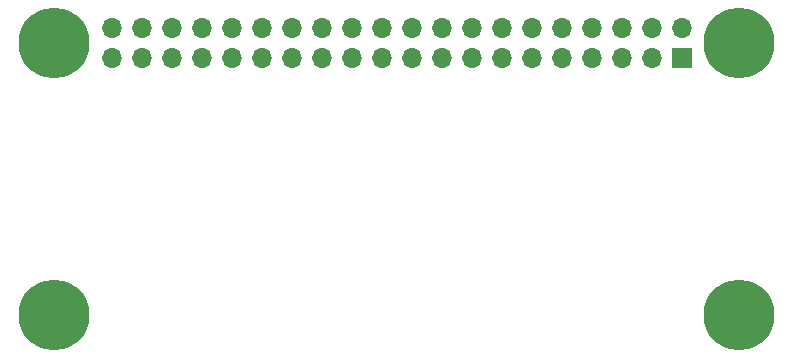
<source format=gbr>
%TF.GenerationSoftware,KiCad,Pcbnew,(6.0.5)*%
%TF.CreationDate,2022-12-28T23:50:48+05:30*%
%TF.ProjectId,rpi_hat,7270695f-6861-4742-9e6b-696361645f70,rev?*%
%TF.SameCoordinates,Original*%
%TF.FileFunction,Soldermask,Bot*%
%TF.FilePolarity,Negative*%
%FSLAX46Y46*%
G04 Gerber Fmt 4.6, Leading zero omitted, Abs format (unit mm)*
G04 Created by KiCad (PCBNEW (6.0.5)) date 2022-12-28 23:50:48*
%MOMM*%
%LPD*%
G01*
G04 APERTURE LIST*
%ADD10O,1.700000X1.700000*%
%ADD11R,1.700000X1.700000*%
%ADD12C,6.000000*%
G04 APERTURE END LIST*
D10*
%TO.C,U1*%
X110190000Y-52810000D03*
X110190000Y-55350000D03*
X112730000Y-52810000D03*
X112730000Y-55350000D03*
X115270000Y-52810000D03*
X115270000Y-55350000D03*
X117810000Y-52810000D03*
X117810000Y-55350000D03*
X120350000Y-52810000D03*
X120350000Y-55350000D03*
X122890000Y-52810000D03*
X122890000Y-55350000D03*
X125430000Y-52810000D03*
X125430000Y-55350000D03*
X127970000Y-52810000D03*
X127970000Y-55350000D03*
X130510000Y-52810000D03*
X130510000Y-55350000D03*
X133050000Y-52810000D03*
X133050000Y-55350000D03*
X135590000Y-52810000D03*
X135590000Y-55350000D03*
X138130000Y-52810000D03*
X138130000Y-55350000D03*
X140670000Y-52810000D03*
X140670000Y-55350000D03*
X143210000Y-52810000D03*
X143210000Y-55350000D03*
X145750000Y-52810000D03*
X145750000Y-55350000D03*
X148290000Y-52810000D03*
X148290000Y-55350000D03*
X150830000Y-52810000D03*
X150830000Y-55350000D03*
X153370000Y-52810000D03*
X153370000Y-55350000D03*
X155910000Y-52810000D03*
X155910000Y-55350000D03*
X158450000Y-52810000D03*
D11*
X158450000Y-55350000D03*
D12*
X163320000Y-54080000D03*
X163320000Y-77080000D03*
X105320000Y-54080000D03*
X105320000Y-77080000D03*
%TD*%
M02*

</source>
